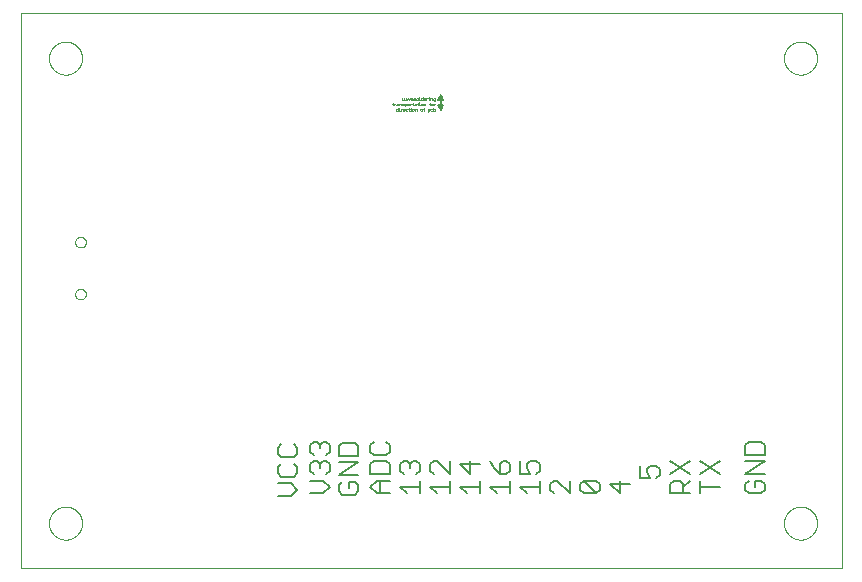
<source format=gbo>
G75*
%MOIN*%
%OFA0B0*%
%FSLAX25Y25*%
%IPPOS*%
%LPD*%
%AMOC8*
5,1,8,0,0,1.08239X$1,22.5*
%
%ADD10C,0.00000*%
%ADD11C,0.00600*%
%ADD12C,0.00500*%
%ADD13C,0.00100*%
D10*
X0021404Y0011404D02*
X0021404Y0196364D01*
X0295104Y0196364D01*
X0295104Y0011404D01*
X0021404Y0011404D01*
X0030892Y0026404D02*
X0030894Y0026552D01*
X0030900Y0026700D01*
X0030910Y0026848D01*
X0030924Y0026995D01*
X0030942Y0027142D01*
X0030963Y0027288D01*
X0030989Y0027434D01*
X0031019Y0027579D01*
X0031052Y0027723D01*
X0031090Y0027866D01*
X0031131Y0028008D01*
X0031176Y0028149D01*
X0031224Y0028289D01*
X0031277Y0028428D01*
X0031333Y0028565D01*
X0031393Y0028700D01*
X0031456Y0028834D01*
X0031523Y0028966D01*
X0031594Y0029096D01*
X0031668Y0029224D01*
X0031745Y0029350D01*
X0031826Y0029474D01*
X0031910Y0029596D01*
X0031997Y0029715D01*
X0032088Y0029832D01*
X0032182Y0029947D01*
X0032278Y0030059D01*
X0032378Y0030169D01*
X0032480Y0030275D01*
X0032586Y0030379D01*
X0032694Y0030480D01*
X0032805Y0030578D01*
X0032918Y0030674D01*
X0033034Y0030766D01*
X0033152Y0030855D01*
X0033273Y0030940D01*
X0033396Y0031023D01*
X0033521Y0031102D01*
X0033648Y0031178D01*
X0033777Y0031250D01*
X0033908Y0031319D01*
X0034041Y0031384D01*
X0034176Y0031445D01*
X0034312Y0031503D01*
X0034449Y0031558D01*
X0034588Y0031608D01*
X0034729Y0031655D01*
X0034870Y0031698D01*
X0035013Y0031738D01*
X0035157Y0031773D01*
X0035301Y0031805D01*
X0035447Y0031832D01*
X0035593Y0031856D01*
X0035740Y0031876D01*
X0035887Y0031892D01*
X0036034Y0031904D01*
X0036182Y0031912D01*
X0036330Y0031916D01*
X0036478Y0031916D01*
X0036626Y0031912D01*
X0036774Y0031904D01*
X0036921Y0031892D01*
X0037068Y0031876D01*
X0037215Y0031856D01*
X0037361Y0031832D01*
X0037507Y0031805D01*
X0037651Y0031773D01*
X0037795Y0031738D01*
X0037938Y0031698D01*
X0038079Y0031655D01*
X0038220Y0031608D01*
X0038359Y0031558D01*
X0038496Y0031503D01*
X0038632Y0031445D01*
X0038767Y0031384D01*
X0038900Y0031319D01*
X0039031Y0031250D01*
X0039160Y0031178D01*
X0039287Y0031102D01*
X0039412Y0031023D01*
X0039535Y0030940D01*
X0039656Y0030855D01*
X0039774Y0030766D01*
X0039890Y0030674D01*
X0040003Y0030578D01*
X0040114Y0030480D01*
X0040222Y0030379D01*
X0040328Y0030275D01*
X0040430Y0030169D01*
X0040530Y0030059D01*
X0040626Y0029947D01*
X0040720Y0029832D01*
X0040811Y0029715D01*
X0040898Y0029596D01*
X0040982Y0029474D01*
X0041063Y0029350D01*
X0041140Y0029224D01*
X0041214Y0029096D01*
X0041285Y0028966D01*
X0041352Y0028834D01*
X0041415Y0028700D01*
X0041475Y0028565D01*
X0041531Y0028428D01*
X0041584Y0028289D01*
X0041632Y0028149D01*
X0041677Y0028008D01*
X0041718Y0027866D01*
X0041756Y0027723D01*
X0041789Y0027579D01*
X0041819Y0027434D01*
X0041845Y0027288D01*
X0041866Y0027142D01*
X0041884Y0026995D01*
X0041898Y0026848D01*
X0041908Y0026700D01*
X0041914Y0026552D01*
X0041916Y0026404D01*
X0041914Y0026256D01*
X0041908Y0026108D01*
X0041898Y0025960D01*
X0041884Y0025813D01*
X0041866Y0025666D01*
X0041845Y0025520D01*
X0041819Y0025374D01*
X0041789Y0025229D01*
X0041756Y0025085D01*
X0041718Y0024942D01*
X0041677Y0024800D01*
X0041632Y0024659D01*
X0041584Y0024519D01*
X0041531Y0024380D01*
X0041475Y0024243D01*
X0041415Y0024108D01*
X0041352Y0023974D01*
X0041285Y0023842D01*
X0041214Y0023712D01*
X0041140Y0023584D01*
X0041063Y0023458D01*
X0040982Y0023334D01*
X0040898Y0023212D01*
X0040811Y0023093D01*
X0040720Y0022976D01*
X0040626Y0022861D01*
X0040530Y0022749D01*
X0040430Y0022639D01*
X0040328Y0022533D01*
X0040222Y0022429D01*
X0040114Y0022328D01*
X0040003Y0022230D01*
X0039890Y0022134D01*
X0039774Y0022042D01*
X0039656Y0021953D01*
X0039535Y0021868D01*
X0039412Y0021785D01*
X0039287Y0021706D01*
X0039160Y0021630D01*
X0039031Y0021558D01*
X0038900Y0021489D01*
X0038767Y0021424D01*
X0038632Y0021363D01*
X0038496Y0021305D01*
X0038359Y0021250D01*
X0038220Y0021200D01*
X0038079Y0021153D01*
X0037938Y0021110D01*
X0037795Y0021070D01*
X0037651Y0021035D01*
X0037507Y0021003D01*
X0037361Y0020976D01*
X0037215Y0020952D01*
X0037068Y0020932D01*
X0036921Y0020916D01*
X0036774Y0020904D01*
X0036626Y0020896D01*
X0036478Y0020892D01*
X0036330Y0020892D01*
X0036182Y0020896D01*
X0036034Y0020904D01*
X0035887Y0020916D01*
X0035740Y0020932D01*
X0035593Y0020952D01*
X0035447Y0020976D01*
X0035301Y0021003D01*
X0035157Y0021035D01*
X0035013Y0021070D01*
X0034870Y0021110D01*
X0034729Y0021153D01*
X0034588Y0021200D01*
X0034449Y0021250D01*
X0034312Y0021305D01*
X0034176Y0021363D01*
X0034041Y0021424D01*
X0033908Y0021489D01*
X0033777Y0021558D01*
X0033648Y0021630D01*
X0033521Y0021706D01*
X0033396Y0021785D01*
X0033273Y0021868D01*
X0033152Y0021953D01*
X0033034Y0022042D01*
X0032918Y0022134D01*
X0032805Y0022230D01*
X0032694Y0022328D01*
X0032586Y0022429D01*
X0032480Y0022533D01*
X0032378Y0022639D01*
X0032278Y0022749D01*
X0032182Y0022861D01*
X0032088Y0022976D01*
X0031997Y0023093D01*
X0031910Y0023212D01*
X0031826Y0023334D01*
X0031745Y0023458D01*
X0031668Y0023584D01*
X0031594Y0023712D01*
X0031523Y0023842D01*
X0031456Y0023974D01*
X0031393Y0024108D01*
X0031333Y0024243D01*
X0031277Y0024380D01*
X0031224Y0024519D01*
X0031176Y0024659D01*
X0031131Y0024800D01*
X0031090Y0024942D01*
X0031052Y0025085D01*
X0031019Y0025229D01*
X0030989Y0025374D01*
X0030963Y0025520D01*
X0030942Y0025666D01*
X0030924Y0025813D01*
X0030910Y0025960D01*
X0030900Y0026108D01*
X0030894Y0026256D01*
X0030892Y0026404D01*
X0039632Y0102742D02*
X0039634Y0102826D01*
X0039640Y0102909D01*
X0039650Y0102992D01*
X0039664Y0103075D01*
X0039681Y0103157D01*
X0039703Y0103238D01*
X0039728Y0103317D01*
X0039757Y0103396D01*
X0039790Y0103473D01*
X0039826Y0103548D01*
X0039866Y0103622D01*
X0039909Y0103694D01*
X0039956Y0103763D01*
X0040006Y0103830D01*
X0040059Y0103895D01*
X0040115Y0103957D01*
X0040173Y0104017D01*
X0040235Y0104074D01*
X0040299Y0104127D01*
X0040366Y0104178D01*
X0040435Y0104225D01*
X0040506Y0104270D01*
X0040579Y0104310D01*
X0040654Y0104347D01*
X0040731Y0104381D01*
X0040809Y0104411D01*
X0040888Y0104437D01*
X0040969Y0104460D01*
X0041051Y0104478D01*
X0041133Y0104493D01*
X0041216Y0104504D01*
X0041299Y0104511D01*
X0041383Y0104514D01*
X0041467Y0104513D01*
X0041550Y0104508D01*
X0041634Y0104499D01*
X0041716Y0104486D01*
X0041798Y0104470D01*
X0041879Y0104449D01*
X0041960Y0104425D01*
X0042038Y0104397D01*
X0042116Y0104365D01*
X0042192Y0104329D01*
X0042266Y0104290D01*
X0042338Y0104248D01*
X0042408Y0104202D01*
X0042476Y0104153D01*
X0042541Y0104101D01*
X0042604Y0104046D01*
X0042664Y0103988D01*
X0042722Y0103927D01*
X0042776Y0103863D01*
X0042828Y0103797D01*
X0042876Y0103729D01*
X0042921Y0103658D01*
X0042962Y0103585D01*
X0043001Y0103511D01*
X0043035Y0103435D01*
X0043066Y0103357D01*
X0043093Y0103278D01*
X0043117Y0103197D01*
X0043136Y0103116D01*
X0043152Y0103034D01*
X0043164Y0102951D01*
X0043172Y0102867D01*
X0043176Y0102784D01*
X0043176Y0102700D01*
X0043172Y0102617D01*
X0043164Y0102533D01*
X0043152Y0102450D01*
X0043136Y0102368D01*
X0043117Y0102287D01*
X0043093Y0102206D01*
X0043066Y0102127D01*
X0043035Y0102049D01*
X0043001Y0101973D01*
X0042962Y0101899D01*
X0042921Y0101826D01*
X0042876Y0101755D01*
X0042828Y0101687D01*
X0042776Y0101621D01*
X0042722Y0101557D01*
X0042664Y0101496D01*
X0042604Y0101438D01*
X0042541Y0101383D01*
X0042476Y0101331D01*
X0042408Y0101282D01*
X0042338Y0101236D01*
X0042266Y0101194D01*
X0042192Y0101155D01*
X0042116Y0101119D01*
X0042038Y0101087D01*
X0041960Y0101059D01*
X0041879Y0101035D01*
X0041798Y0101014D01*
X0041716Y0100998D01*
X0041634Y0100985D01*
X0041550Y0100976D01*
X0041467Y0100971D01*
X0041383Y0100970D01*
X0041299Y0100973D01*
X0041216Y0100980D01*
X0041133Y0100991D01*
X0041051Y0101006D01*
X0040969Y0101024D01*
X0040888Y0101047D01*
X0040809Y0101073D01*
X0040731Y0101103D01*
X0040654Y0101137D01*
X0040579Y0101174D01*
X0040506Y0101214D01*
X0040435Y0101259D01*
X0040366Y0101306D01*
X0040299Y0101357D01*
X0040235Y0101410D01*
X0040173Y0101467D01*
X0040115Y0101527D01*
X0040059Y0101589D01*
X0040006Y0101654D01*
X0039956Y0101721D01*
X0039909Y0101790D01*
X0039866Y0101862D01*
X0039826Y0101936D01*
X0039790Y0102011D01*
X0039757Y0102088D01*
X0039728Y0102167D01*
X0039703Y0102246D01*
X0039681Y0102327D01*
X0039664Y0102409D01*
X0039650Y0102492D01*
X0039640Y0102575D01*
X0039634Y0102658D01*
X0039632Y0102742D01*
X0039632Y0120065D02*
X0039634Y0120149D01*
X0039640Y0120232D01*
X0039650Y0120315D01*
X0039664Y0120398D01*
X0039681Y0120480D01*
X0039703Y0120561D01*
X0039728Y0120640D01*
X0039757Y0120719D01*
X0039790Y0120796D01*
X0039826Y0120871D01*
X0039866Y0120945D01*
X0039909Y0121017D01*
X0039956Y0121086D01*
X0040006Y0121153D01*
X0040059Y0121218D01*
X0040115Y0121280D01*
X0040173Y0121340D01*
X0040235Y0121397D01*
X0040299Y0121450D01*
X0040366Y0121501D01*
X0040435Y0121548D01*
X0040506Y0121593D01*
X0040579Y0121633D01*
X0040654Y0121670D01*
X0040731Y0121704D01*
X0040809Y0121734D01*
X0040888Y0121760D01*
X0040969Y0121783D01*
X0041051Y0121801D01*
X0041133Y0121816D01*
X0041216Y0121827D01*
X0041299Y0121834D01*
X0041383Y0121837D01*
X0041467Y0121836D01*
X0041550Y0121831D01*
X0041634Y0121822D01*
X0041716Y0121809D01*
X0041798Y0121793D01*
X0041879Y0121772D01*
X0041960Y0121748D01*
X0042038Y0121720D01*
X0042116Y0121688D01*
X0042192Y0121652D01*
X0042266Y0121613D01*
X0042338Y0121571D01*
X0042408Y0121525D01*
X0042476Y0121476D01*
X0042541Y0121424D01*
X0042604Y0121369D01*
X0042664Y0121311D01*
X0042722Y0121250D01*
X0042776Y0121186D01*
X0042828Y0121120D01*
X0042876Y0121052D01*
X0042921Y0120981D01*
X0042962Y0120908D01*
X0043001Y0120834D01*
X0043035Y0120758D01*
X0043066Y0120680D01*
X0043093Y0120601D01*
X0043117Y0120520D01*
X0043136Y0120439D01*
X0043152Y0120357D01*
X0043164Y0120274D01*
X0043172Y0120190D01*
X0043176Y0120107D01*
X0043176Y0120023D01*
X0043172Y0119940D01*
X0043164Y0119856D01*
X0043152Y0119773D01*
X0043136Y0119691D01*
X0043117Y0119610D01*
X0043093Y0119529D01*
X0043066Y0119450D01*
X0043035Y0119372D01*
X0043001Y0119296D01*
X0042962Y0119222D01*
X0042921Y0119149D01*
X0042876Y0119078D01*
X0042828Y0119010D01*
X0042776Y0118944D01*
X0042722Y0118880D01*
X0042664Y0118819D01*
X0042604Y0118761D01*
X0042541Y0118706D01*
X0042476Y0118654D01*
X0042408Y0118605D01*
X0042338Y0118559D01*
X0042266Y0118517D01*
X0042192Y0118478D01*
X0042116Y0118442D01*
X0042038Y0118410D01*
X0041960Y0118382D01*
X0041879Y0118358D01*
X0041798Y0118337D01*
X0041716Y0118321D01*
X0041634Y0118308D01*
X0041550Y0118299D01*
X0041467Y0118294D01*
X0041383Y0118293D01*
X0041299Y0118296D01*
X0041216Y0118303D01*
X0041133Y0118314D01*
X0041051Y0118329D01*
X0040969Y0118347D01*
X0040888Y0118370D01*
X0040809Y0118396D01*
X0040731Y0118426D01*
X0040654Y0118460D01*
X0040579Y0118497D01*
X0040506Y0118537D01*
X0040435Y0118582D01*
X0040366Y0118629D01*
X0040299Y0118680D01*
X0040235Y0118733D01*
X0040173Y0118790D01*
X0040115Y0118850D01*
X0040059Y0118912D01*
X0040006Y0118977D01*
X0039956Y0119044D01*
X0039909Y0119113D01*
X0039866Y0119185D01*
X0039826Y0119259D01*
X0039790Y0119334D01*
X0039757Y0119411D01*
X0039728Y0119490D01*
X0039703Y0119569D01*
X0039681Y0119650D01*
X0039664Y0119732D01*
X0039650Y0119815D01*
X0039640Y0119898D01*
X0039634Y0119981D01*
X0039632Y0120065D01*
X0030892Y0181404D02*
X0030894Y0181552D01*
X0030900Y0181700D01*
X0030910Y0181848D01*
X0030924Y0181995D01*
X0030942Y0182142D01*
X0030963Y0182288D01*
X0030989Y0182434D01*
X0031019Y0182579D01*
X0031052Y0182723D01*
X0031090Y0182866D01*
X0031131Y0183008D01*
X0031176Y0183149D01*
X0031224Y0183289D01*
X0031277Y0183428D01*
X0031333Y0183565D01*
X0031393Y0183700D01*
X0031456Y0183834D01*
X0031523Y0183966D01*
X0031594Y0184096D01*
X0031668Y0184224D01*
X0031745Y0184350D01*
X0031826Y0184474D01*
X0031910Y0184596D01*
X0031997Y0184715D01*
X0032088Y0184832D01*
X0032182Y0184947D01*
X0032278Y0185059D01*
X0032378Y0185169D01*
X0032480Y0185275D01*
X0032586Y0185379D01*
X0032694Y0185480D01*
X0032805Y0185578D01*
X0032918Y0185674D01*
X0033034Y0185766D01*
X0033152Y0185855D01*
X0033273Y0185940D01*
X0033396Y0186023D01*
X0033521Y0186102D01*
X0033648Y0186178D01*
X0033777Y0186250D01*
X0033908Y0186319D01*
X0034041Y0186384D01*
X0034176Y0186445D01*
X0034312Y0186503D01*
X0034449Y0186558D01*
X0034588Y0186608D01*
X0034729Y0186655D01*
X0034870Y0186698D01*
X0035013Y0186738D01*
X0035157Y0186773D01*
X0035301Y0186805D01*
X0035447Y0186832D01*
X0035593Y0186856D01*
X0035740Y0186876D01*
X0035887Y0186892D01*
X0036034Y0186904D01*
X0036182Y0186912D01*
X0036330Y0186916D01*
X0036478Y0186916D01*
X0036626Y0186912D01*
X0036774Y0186904D01*
X0036921Y0186892D01*
X0037068Y0186876D01*
X0037215Y0186856D01*
X0037361Y0186832D01*
X0037507Y0186805D01*
X0037651Y0186773D01*
X0037795Y0186738D01*
X0037938Y0186698D01*
X0038079Y0186655D01*
X0038220Y0186608D01*
X0038359Y0186558D01*
X0038496Y0186503D01*
X0038632Y0186445D01*
X0038767Y0186384D01*
X0038900Y0186319D01*
X0039031Y0186250D01*
X0039160Y0186178D01*
X0039287Y0186102D01*
X0039412Y0186023D01*
X0039535Y0185940D01*
X0039656Y0185855D01*
X0039774Y0185766D01*
X0039890Y0185674D01*
X0040003Y0185578D01*
X0040114Y0185480D01*
X0040222Y0185379D01*
X0040328Y0185275D01*
X0040430Y0185169D01*
X0040530Y0185059D01*
X0040626Y0184947D01*
X0040720Y0184832D01*
X0040811Y0184715D01*
X0040898Y0184596D01*
X0040982Y0184474D01*
X0041063Y0184350D01*
X0041140Y0184224D01*
X0041214Y0184096D01*
X0041285Y0183966D01*
X0041352Y0183834D01*
X0041415Y0183700D01*
X0041475Y0183565D01*
X0041531Y0183428D01*
X0041584Y0183289D01*
X0041632Y0183149D01*
X0041677Y0183008D01*
X0041718Y0182866D01*
X0041756Y0182723D01*
X0041789Y0182579D01*
X0041819Y0182434D01*
X0041845Y0182288D01*
X0041866Y0182142D01*
X0041884Y0181995D01*
X0041898Y0181848D01*
X0041908Y0181700D01*
X0041914Y0181552D01*
X0041916Y0181404D01*
X0041914Y0181256D01*
X0041908Y0181108D01*
X0041898Y0180960D01*
X0041884Y0180813D01*
X0041866Y0180666D01*
X0041845Y0180520D01*
X0041819Y0180374D01*
X0041789Y0180229D01*
X0041756Y0180085D01*
X0041718Y0179942D01*
X0041677Y0179800D01*
X0041632Y0179659D01*
X0041584Y0179519D01*
X0041531Y0179380D01*
X0041475Y0179243D01*
X0041415Y0179108D01*
X0041352Y0178974D01*
X0041285Y0178842D01*
X0041214Y0178712D01*
X0041140Y0178584D01*
X0041063Y0178458D01*
X0040982Y0178334D01*
X0040898Y0178212D01*
X0040811Y0178093D01*
X0040720Y0177976D01*
X0040626Y0177861D01*
X0040530Y0177749D01*
X0040430Y0177639D01*
X0040328Y0177533D01*
X0040222Y0177429D01*
X0040114Y0177328D01*
X0040003Y0177230D01*
X0039890Y0177134D01*
X0039774Y0177042D01*
X0039656Y0176953D01*
X0039535Y0176868D01*
X0039412Y0176785D01*
X0039287Y0176706D01*
X0039160Y0176630D01*
X0039031Y0176558D01*
X0038900Y0176489D01*
X0038767Y0176424D01*
X0038632Y0176363D01*
X0038496Y0176305D01*
X0038359Y0176250D01*
X0038220Y0176200D01*
X0038079Y0176153D01*
X0037938Y0176110D01*
X0037795Y0176070D01*
X0037651Y0176035D01*
X0037507Y0176003D01*
X0037361Y0175976D01*
X0037215Y0175952D01*
X0037068Y0175932D01*
X0036921Y0175916D01*
X0036774Y0175904D01*
X0036626Y0175896D01*
X0036478Y0175892D01*
X0036330Y0175892D01*
X0036182Y0175896D01*
X0036034Y0175904D01*
X0035887Y0175916D01*
X0035740Y0175932D01*
X0035593Y0175952D01*
X0035447Y0175976D01*
X0035301Y0176003D01*
X0035157Y0176035D01*
X0035013Y0176070D01*
X0034870Y0176110D01*
X0034729Y0176153D01*
X0034588Y0176200D01*
X0034449Y0176250D01*
X0034312Y0176305D01*
X0034176Y0176363D01*
X0034041Y0176424D01*
X0033908Y0176489D01*
X0033777Y0176558D01*
X0033648Y0176630D01*
X0033521Y0176706D01*
X0033396Y0176785D01*
X0033273Y0176868D01*
X0033152Y0176953D01*
X0033034Y0177042D01*
X0032918Y0177134D01*
X0032805Y0177230D01*
X0032694Y0177328D01*
X0032586Y0177429D01*
X0032480Y0177533D01*
X0032378Y0177639D01*
X0032278Y0177749D01*
X0032182Y0177861D01*
X0032088Y0177976D01*
X0031997Y0178093D01*
X0031910Y0178212D01*
X0031826Y0178334D01*
X0031745Y0178458D01*
X0031668Y0178584D01*
X0031594Y0178712D01*
X0031523Y0178842D01*
X0031456Y0178974D01*
X0031393Y0179108D01*
X0031333Y0179243D01*
X0031277Y0179380D01*
X0031224Y0179519D01*
X0031176Y0179659D01*
X0031131Y0179800D01*
X0031090Y0179942D01*
X0031052Y0180085D01*
X0031019Y0180229D01*
X0030989Y0180374D01*
X0030963Y0180520D01*
X0030942Y0180666D01*
X0030924Y0180813D01*
X0030910Y0180960D01*
X0030900Y0181108D01*
X0030894Y0181256D01*
X0030892Y0181404D01*
X0275892Y0181404D02*
X0275894Y0181552D01*
X0275900Y0181700D01*
X0275910Y0181848D01*
X0275924Y0181995D01*
X0275942Y0182142D01*
X0275963Y0182288D01*
X0275989Y0182434D01*
X0276019Y0182579D01*
X0276052Y0182723D01*
X0276090Y0182866D01*
X0276131Y0183008D01*
X0276176Y0183149D01*
X0276224Y0183289D01*
X0276277Y0183428D01*
X0276333Y0183565D01*
X0276393Y0183700D01*
X0276456Y0183834D01*
X0276523Y0183966D01*
X0276594Y0184096D01*
X0276668Y0184224D01*
X0276745Y0184350D01*
X0276826Y0184474D01*
X0276910Y0184596D01*
X0276997Y0184715D01*
X0277088Y0184832D01*
X0277182Y0184947D01*
X0277278Y0185059D01*
X0277378Y0185169D01*
X0277480Y0185275D01*
X0277586Y0185379D01*
X0277694Y0185480D01*
X0277805Y0185578D01*
X0277918Y0185674D01*
X0278034Y0185766D01*
X0278152Y0185855D01*
X0278273Y0185940D01*
X0278396Y0186023D01*
X0278521Y0186102D01*
X0278648Y0186178D01*
X0278777Y0186250D01*
X0278908Y0186319D01*
X0279041Y0186384D01*
X0279176Y0186445D01*
X0279312Y0186503D01*
X0279449Y0186558D01*
X0279588Y0186608D01*
X0279729Y0186655D01*
X0279870Y0186698D01*
X0280013Y0186738D01*
X0280157Y0186773D01*
X0280301Y0186805D01*
X0280447Y0186832D01*
X0280593Y0186856D01*
X0280740Y0186876D01*
X0280887Y0186892D01*
X0281034Y0186904D01*
X0281182Y0186912D01*
X0281330Y0186916D01*
X0281478Y0186916D01*
X0281626Y0186912D01*
X0281774Y0186904D01*
X0281921Y0186892D01*
X0282068Y0186876D01*
X0282215Y0186856D01*
X0282361Y0186832D01*
X0282507Y0186805D01*
X0282651Y0186773D01*
X0282795Y0186738D01*
X0282938Y0186698D01*
X0283079Y0186655D01*
X0283220Y0186608D01*
X0283359Y0186558D01*
X0283496Y0186503D01*
X0283632Y0186445D01*
X0283767Y0186384D01*
X0283900Y0186319D01*
X0284031Y0186250D01*
X0284160Y0186178D01*
X0284287Y0186102D01*
X0284412Y0186023D01*
X0284535Y0185940D01*
X0284656Y0185855D01*
X0284774Y0185766D01*
X0284890Y0185674D01*
X0285003Y0185578D01*
X0285114Y0185480D01*
X0285222Y0185379D01*
X0285328Y0185275D01*
X0285430Y0185169D01*
X0285530Y0185059D01*
X0285626Y0184947D01*
X0285720Y0184832D01*
X0285811Y0184715D01*
X0285898Y0184596D01*
X0285982Y0184474D01*
X0286063Y0184350D01*
X0286140Y0184224D01*
X0286214Y0184096D01*
X0286285Y0183966D01*
X0286352Y0183834D01*
X0286415Y0183700D01*
X0286475Y0183565D01*
X0286531Y0183428D01*
X0286584Y0183289D01*
X0286632Y0183149D01*
X0286677Y0183008D01*
X0286718Y0182866D01*
X0286756Y0182723D01*
X0286789Y0182579D01*
X0286819Y0182434D01*
X0286845Y0182288D01*
X0286866Y0182142D01*
X0286884Y0181995D01*
X0286898Y0181848D01*
X0286908Y0181700D01*
X0286914Y0181552D01*
X0286916Y0181404D01*
X0286914Y0181256D01*
X0286908Y0181108D01*
X0286898Y0180960D01*
X0286884Y0180813D01*
X0286866Y0180666D01*
X0286845Y0180520D01*
X0286819Y0180374D01*
X0286789Y0180229D01*
X0286756Y0180085D01*
X0286718Y0179942D01*
X0286677Y0179800D01*
X0286632Y0179659D01*
X0286584Y0179519D01*
X0286531Y0179380D01*
X0286475Y0179243D01*
X0286415Y0179108D01*
X0286352Y0178974D01*
X0286285Y0178842D01*
X0286214Y0178712D01*
X0286140Y0178584D01*
X0286063Y0178458D01*
X0285982Y0178334D01*
X0285898Y0178212D01*
X0285811Y0178093D01*
X0285720Y0177976D01*
X0285626Y0177861D01*
X0285530Y0177749D01*
X0285430Y0177639D01*
X0285328Y0177533D01*
X0285222Y0177429D01*
X0285114Y0177328D01*
X0285003Y0177230D01*
X0284890Y0177134D01*
X0284774Y0177042D01*
X0284656Y0176953D01*
X0284535Y0176868D01*
X0284412Y0176785D01*
X0284287Y0176706D01*
X0284160Y0176630D01*
X0284031Y0176558D01*
X0283900Y0176489D01*
X0283767Y0176424D01*
X0283632Y0176363D01*
X0283496Y0176305D01*
X0283359Y0176250D01*
X0283220Y0176200D01*
X0283079Y0176153D01*
X0282938Y0176110D01*
X0282795Y0176070D01*
X0282651Y0176035D01*
X0282507Y0176003D01*
X0282361Y0175976D01*
X0282215Y0175952D01*
X0282068Y0175932D01*
X0281921Y0175916D01*
X0281774Y0175904D01*
X0281626Y0175896D01*
X0281478Y0175892D01*
X0281330Y0175892D01*
X0281182Y0175896D01*
X0281034Y0175904D01*
X0280887Y0175916D01*
X0280740Y0175932D01*
X0280593Y0175952D01*
X0280447Y0175976D01*
X0280301Y0176003D01*
X0280157Y0176035D01*
X0280013Y0176070D01*
X0279870Y0176110D01*
X0279729Y0176153D01*
X0279588Y0176200D01*
X0279449Y0176250D01*
X0279312Y0176305D01*
X0279176Y0176363D01*
X0279041Y0176424D01*
X0278908Y0176489D01*
X0278777Y0176558D01*
X0278648Y0176630D01*
X0278521Y0176706D01*
X0278396Y0176785D01*
X0278273Y0176868D01*
X0278152Y0176953D01*
X0278034Y0177042D01*
X0277918Y0177134D01*
X0277805Y0177230D01*
X0277694Y0177328D01*
X0277586Y0177429D01*
X0277480Y0177533D01*
X0277378Y0177639D01*
X0277278Y0177749D01*
X0277182Y0177861D01*
X0277088Y0177976D01*
X0276997Y0178093D01*
X0276910Y0178212D01*
X0276826Y0178334D01*
X0276745Y0178458D01*
X0276668Y0178584D01*
X0276594Y0178712D01*
X0276523Y0178842D01*
X0276456Y0178974D01*
X0276393Y0179108D01*
X0276333Y0179243D01*
X0276277Y0179380D01*
X0276224Y0179519D01*
X0276176Y0179659D01*
X0276131Y0179800D01*
X0276090Y0179942D01*
X0276052Y0180085D01*
X0276019Y0180229D01*
X0275989Y0180374D01*
X0275963Y0180520D01*
X0275942Y0180666D01*
X0275924Y0180813D01*
X0275910Y0180960D01*
X0275900Y0181108D01*
X0275894Y0181256D01*
X0275892Y0181404D01*
X0275892Y0026404D02*
X0275894Y0026552D01*
X0275900Y0026700D01*
X0275910Y0026848D01*
X0275924Y0026995D01*
X0275942Y0027142D01*
X0275963Y0027288D01*
X0275989Y0027434D01*
X0276019Y0027579D01*
X0276052Y0027723D01*
X0276090Y0027866D01*
X0276131Y0028008D01*
X0276176Y0028149D01*
X0276224Y0028289D01*
X0276277Y0028428D01*
X0276333Y0028565D01*
X0276393Y0028700D01*
X0276456Y0028834D01*
X0276523Y0028966D01*
X0276594Y0029096D01*
X0276668Y0029224D01*
X0276745Y0029350D01*
X0276826Y0029474D01*
X0276910Y0029596D01*
X0276997Y0029715D01*
X0277088Y0029832D01*
X0277182Y0029947D01*
X0277278Y0030059D01*
X0277378Y0030169D01*
X0277480Y0030275D01*
X0277586Y0030379D01*
X0277694Y0030480D01*
X0277805Y0030578D01*
X0277918Y0030674D01*
X0278034Y0030766D01*
X0278152Y0030855D01*
X0278273Y0030940D01*
X0278396Y0031023D01*
X0278521Y0031102D01*
X0278648Y0031178D01*
X0278777Y0031250D01*
X0278908Y0031319D01*
X0279041Y0031384D01*
X0279176Y0031445D01*
X0279312Y0031503D01*
X0279449Y0031558D01*
X0279588Y0031608D01*
X0279729Y0031655D01*
X0279870Y0031698D01*
X0280013Y0031738D01*
X0280157Y0031773D01*
X0280301Y0031805D01*
X0280447Y0031832D01*
X0280593Y0031856D01*
X0280740Y0031876D01*
X0280887Y0031892D01*
X0281034Y0031904D01*
X0281182Y0031912D01*
X0281330Y0031916D01*
X0281478Y0031916D01*
X0281626Y0031912D01*
X0281774Y0031904D01*
X0281921Y0031892D01*
X0282068Y0031876D01*
X0282215Y0031856D01*
X0282361Y0031832D01*
X0282507Y0031805D01*
X0282651Y0031773D01*
X0282795Y0031738D01*
X0282938Y0031698D01*
X0283079Y0031655D01*
X0283220Y0031608D01*
X0283359Y0031558D01*
X0283496Y0031503D01*
X0283632Y0031445D01*
X0283767Y0031384D01*
X0283900Y0031319D01*
X0284031Y0031250D01*
X0284160Y0031178D01*
X0284287Y0031102D01*
X0284412Y0031023D01*
X0284535Y0030940D01*
X0284656Y0030855D01*
X0284774Y0030766D01*
X0284890Y0030674D01*
X0285003Y0030578D01*
X0285114Y0030480D01*
X0285222Y0030379D01*
X0285328Y0030275D01*
X0285430Y0030169D01*
X0285530Y0030059D01*
X0285626Y0029947D01*
X0285720Y0029832D01*
X0285811Y0029715D01*
X0285898Y0029596D01*
X0285982Y0029474D01*
X0286063Y0029350D01*
X0286140Y0029224D01*
X0286214Y0029096D01*
X0286285Y0028966D01*
X0286352Y0028834D01*
X0286415Y0028700D01*
X0286475Y0028565D01*
X0286531Y0028428D01*
X0286584Y0028289D01*
X0286632Y0028149D01*
X0286677Y0028008D01*
X0286718Y0027866D01*
X0286756Y0027723D01*
X0286789Y0027579D01*
X0286819Y0027434D01*
X0286845Y0027288D01*
X0286866Y0027142D01*
X0286884Y0026995D01*
X0286898Y0026848D01*
X0286908Y0026700D01*
X0286914Y0026552D01*
X0286916Y0026404D01*
X0286914Y0026256D01*
X0286908Y0026108D01*
X0286898Y0025960D01*
X0286884Y0025813D01*
X0286866Y0025666D01*
X0286845Y0025520D01*
X0286819Y0025374D01*
X0286789Y0025229D01*
X0286756Y0025085D01*
X0286718Y0024942D01*
X0286677Y0024800D01*
X0286632Y0024659D01*
X0286584Y0024519D01*
X0286531Y0024380D01*
X0286475Y0024243D01*
X0286415Y0024108D01*
X0286352Y0023974D01*
X0286285Y0023842D01*
X0286214Y0023712D01*
X0286140Y0023584D01*
X0286063Y0023458D01*
X0285982Y0023334D01*
X0285898Y0023212D01*
X0285811Y0023093D01*
X0285720Y0022976D01*
X0285626Y0022861D01*
X0285530Y0022749D01*
X0285430Y0022639D01*
X0285328Y0022533D01*
X0285222Y0022429D01*
X0285114Y0022328D01*
X0285003Y0022230D01*
X0284890Y0022134D01*
X0284774Y0022042D01*
X0284656Y0021953D01*
X0284535Y0021868D01*
X0284412Y0021785D01*
X0284287Y0021706D01*
X0284160Y0021630D01*
X0284031Y0021558D01*
X0283900Y0021489D01*
X0283767Y0021424D01*
X0283632Y0021363D01*
X0283496Y0021305D01*
X0283359Y0021250D01*
X0283220Y0021200D01*
X0283079Y0021153D01*
X0282938Y0021110D01*
X0282795Y0021070D01*
X0282651Y0021035D01*
X0282507Y0021003D01*
X0282361Y0020976D01*
X0282215Y0020952D01*
X0282068Y0020932D01*
X0281921Y0020916D01*
X0281774Y0020904D01*
X0281626Y0020896D01*
X0281478Y0020892D01*
X0281330Y0020892D01*
X0281182Y0020896D01*
X0281034Y0020904D01*
X0280887Y0020916D01*
X0280740Y0020932D01*
X0280593Y0020952D01*
X0280447Y0020976D01*
X0280301Y0021003D01*
X0280157Y0021035D01*
X0280013Y0021070D01*
X0279870Y0021110D01*
X0279729Y0021153D01*
X0279588Y0021200D01*
X0279449Y0021250D01*
X0279312Y0021305D01*
X0279176Y0021363D01*
X0279041Y0021424D01*
X0278908Y0021489D01*
X0278777Y0021558D01*
X0278648Y0021630D01*
X0278521Y0021706D01*
X0278396Y0021785D01*
X0278273Y0021868D01*
X0278152Y0021953D01*
X0278034Y0022042D01*
X0277918Y0022134D01*
X0277805Y0022230D01*
X0277694Y0022328D01*
X0277586Y0022429D01*
X0277480Y0022533D01*
X0277378Y0022639D01*
X0277278Y0022749D01*
X0277182Y0022861D01*
X0277088Y0022976D01*
X0276997Y0023093D01*
X0276910Y0023212D01*
X0276826Y0023334D01*
X0276745Y0023458D01*
X0276668Y0023584D01*
X0276594Y0023712D01*
X0276523Y0023842D01*
X0276456Y0023974D01*
X0276393Y0024108D01*
X0276333Y0024243D01*
X0276277Y0024380D01*
X0276224Y0024519D01*
X0276176Y0024659D01*
X0276131Y0024800D01*
X0276090Y0024942D01*
X0276052Y0025085D01*
X0276019Y0025229D01*
X0275989Y0025374D01*
X0275963Y0025520D01*
X0275942Y0025666D01*
X0275924Y0025813D01*
X0275910Y0025960D01*
X0275900Y0026108D01*
X0275894Y0026256D01*
X0275892Y0026404D01*
D11*
X0268382Y0036310D02*
X0264112Y0036310D01*
X0263045Y0037377D01*
X0263045Y0039513D01*
X0264112Y0040580D01*
X0266247Y0040580D02*
X0266247Y0038445D01*
X0266247Y0040580D02*
X0268382Y0040580D01*
X0269450Y0039513D01*
X0269450Y0037377D01*
X0268382Y0036310D01*
X0269450Y0042755D02*
X0263045Y0042755D01*
X0269450Y0047026D01*
X0263045Y0047026D01*
X0263045Y0049201D02*
X0263045Y0052404D01*
X0264112Y0053471D01*
X0268382Y0053471D01*
X0269450Y0052404D01*
X0269450Y0049201D01*
X0263045Y0049201D01*
X0254450Y0047026D02*
X0248045Y0042755D01*
X0248045Y0040580D02*
X0248045Y0036310D01*
X0248045Y0038445D02*
X0254450Y0038445D01*
X0254450Y0042755D02*
X0248045Y0047026D01*
X0244450Y0047026D02*
X0238045Y0042755D01*
X0239112Y0040580D02*
X0241247Y0040580D01*
X0242315Y0039513D01*
X0242315Y0036310D01*
X0242315Y0038445D02*
X0244450Y0040580D01*
X0244450Y0042755D02*
X0238045Y0047026D01*
X0234450Y0044513D02*
X0233382Y0045580D01*
X0231247Y0045580D01*
X0230180Y0044513D01*
X0230180Y0043445D01*
X0231247Y0041310D01*
X0228045Y0041310D01*
X0228045Y0045580D01*
X0234450Y0044513D02*
X0234450Y0042377D01*
X0233382Y0041310D01*
X0238045Y0039513D02*
X0239112Y0040580D01*
X0238045Y0039513D02*
X0238045Y0036310D01*
X0244450Y0036310D01*
X0224450Y0039513D02*
X0218045Y0039513D01*
X0221247Y0036310D01*
X0221247Y0040580D01*
X0214450Y0039513D02*
X0214450Y0037377D01*
X0213382Y0036310D01*
X0209112Y0040580D01*
X0213382Y0040580D01*
X0214450Y0039513D01*
X0213382Y0036310D02*
X0209112Y0036310D01*
X0208045Y0037377D01*
X0208045Y0039513D01*
X0209112Y0040580D01*
X0204450Y0040580D02*
X0204450Y0036310D01*
X0200180Y0040580D01*
X0199112Y0040580D01*
X0198045Y0039513D01*
X0198045Y0037377D01*
X0199112Y0036310D01*
X0194450Y0036310D02*
X0194450Y0040580D01*
X0194450Y0038445D02*
X0188045Y0038445D01*
X0190180Y0036310D01*
X0184450Y0036310D02*
X0184450Y0040580D01*
X0184450Y0038445D02*
X0178045Y0038445D01*
X0180180Y0036310D01*
X0174450Y0036310D02*
X0174450Y0040580D01*
X0174450Y0038445D02*
X0168045Y0038445D01*
X0170180Y0036310D01*
X0164450Y0036310D02*
X0164450Y0040580D01*
X0164450Y0038445D02*
X0158045Y0038445D01*
X0160180Y0036310D01*
X0154450Y0036310D02*
X0154450Y0040580D01*
X0154450Y0038445D02*
X0148045Y0038445D01*
X0150180Y0036310D01*
X0144450Y0036310D02*
X0140180Y0036310D01*
X0138045Y0038445D01*
X0140180Y0040580D01*
X0144450Y0040580D01*
X0144450Y0042755D02*
X0144450Y0045958D01*
X0143382Y0047026D01*
X0139112Y0047026D01*
X0138045Y0045958D01*
X0138045Y0042755D01*
X0144450Y0042755D01*
X0148045Y0043823D02*
X0148045Y0045958D01*
X0149112Y0047026D01*
X0150180Y0047026D01*
X0151247Y0045958D01*
X0152315Y0047026D01*
X0153382Y0047026D01*
X0154450Y0045958D01*
X0154450Y0043823D01*
X0153382Y0042755D01*
X0151247Y0044890D02*
X0151247Y0045958D01*
X0148045Y0043823D02*
X0149112Y0042755D01*
X0158045Y0043823D02*
X0159112Y0042755D01*
X0158045Y0043823D02*
X0158045Y0045958D01*
X0159112Y0047026D01*
X0160180Y0047026D01*
X0164450Y0042755D01*
X0164450Y0047026D01*
X0168045Y0045958D02*
X0171247Y0042755D01*
X0171247Y0047026D01*
X0168045Y0045958D02*
X0174450Y0045958D01*
X0178045Y0047026D02*
X0179112Y0044890D01*
X0181247Y0042755D01*
X0181247Y0045958D01*
X0182315Y0047026D01*
X0183382Y0047026D01*
X0184450Y0045958D01*
X0184450Y0043823D01*
X0183382Y0042755D01*
X0181247Y0042755D01*
X0188045Y0042755D02*
X0188045Y0047026D01*
X0190180Y0045958D02*
X0191247Y0047026D01*
X0193382Y0047026D01*
X0194450Y0045958D01*
X0194450Y0043823D01*
X0193382Y0042755D01*
X0191247Y0042755D02*
X0190180Y0044890D01*
X0190180Y0045958D01*
X0191247Y0042755D02*
X0188045Y0042755D01*
X0144450Y0050268D02*
X0144450Y0052404D01*
X0143382Y0053471D01*
X0139112Y0053471D02*
X0138045Y0052404D01*
X0138045Y0050268D01*
X0139112Y0049201D01*
X0143382Y0049201D01*
X0144450Y0050268D01*
X0133948Y0048807D02*
X0133948Y0052010D01*
X0132880Y0053077D01*
X0128610Y0053077D01*
X0127543Y0052010D01*
X0127543Y0048807D01*
X0133948Y0048807D01*
X0133948Y0046632D02*
X0127543Y0046632D01*
X0124450Y0045958D02*
X0124450Y0043823D01*
X0123382Y0042755D01*
X0122315Y0040580D02*
X0118045Y0040580D01*
X0119112Y0042755D02*
X0118045Y0043823D01*
X0118045Y0045958D01*
X0119112Y0047026D01*
X0120180Y0047026D01*
X0121247Y0045958D01*
X0122315Y0047026D01*
X0123382Y0047026D01*
X0124450Y0045958D01*
X0121247Y0045958D02*
X0121247Y0044890D01*
X0122315Y0040580D02*
X0124450Y0038445D01*
X0122315Y0036310D01*
X0118045Y0036310D01*
X0113564Y0037608D02*
X0111429Y0039744D01*
X0107159Y0039744D01*
X0108226Y0041919D02*
X0112497Y0041919D01*
X0113564Y0042986D01*
X0113564Y0045121D01*
X0112497Y0046189D01*
X0112497Y0048364D02*
X0108226Y0048364D01*
X0107159Y0049432D01*
X0107159Y0051567D01*
X0108226Y0052635D01*
X0112497Y0052635D02*
X0113564Y0051567D01*
X0113564Y0049432D01*
X0112497Y0048364D01*
X0108226Y0046189D02*
X0107159Y0045121D01*
X0107159Y0042986D01*
X0108226Y0041919D01*
X0113564Y0037608D02*
X0111429Y0035473D01*
X0107159Y0035473D01*
X0127543Y0036984D02*
X0128610Y0035916D01*
X0132880Y0035916D01*
X0133948Y0036984D01*
X0133948Y0039119D01*
X0132880Y0040186D01*
X0130745Y0040186D01*
X0130745Y0038051D01*
X0128610Y0040186D02*
X0127543Y0039119D01*
X0127543Y0036984D01*
X0127543Y0042362D02*
X0133948Y0046632D01*
X0133948Y0042362D02*
X0127543Y0042362D01*
X0123382Y0049201D02*
X0124450Y0050268D01*
X0124450Y0052404D01*
X0123382Y0053471D01*
X0122315Y0053471D01*
X0121247Y0052404D01*
X0121247Y0051336D01*
X0121247Y0052404D02*
X0120180Y0053471D01*
X0119112Y0053471D01*
X0118045Y0052404D01*
X0118045Y0050268D01*
X0119112Y0049201D01*
X0141247Y0040580D02*
X0141247Y0036310D01*
D12*
X0161404Y0164041D02*
X0160616Y0165616D01*
X0162191Y0165616D01*
X0161404Y0164041D01*
X0161404Y0169159D01*
X0162191Y0167585D01*
X0160616Y0167585D01*
X0161404Y0169159D01*
D13*
X0159558Y0168023D02*
X0159108Y0168023D01*
X0158958Y0167872D01*
X0158958Y0167572D01*
X0159108Y0167422D01*
X0159558Y0167422D01*
X0159558Y0167272D02*
X0159558Y0168023D01*
X0159558Y0167272D02*
X0159408Y0167122D01*
X0159258Y0167122D01*
X0158638Y0167422D02*
X0158638Y0167872D01*
X0158487Y0168023D01*
X0158037Y0168023D01*
X0158037Y0167422D01*
X0157723Y0167422D02*
X0157423Y0167422D01*
X0157573Y0167422D02*
X0157573Y0168023D01*
X0157423Y0168023D01*
X0157106Y0168023D02*
X0156956Y0168023D01*
X0156656Y0167722D01*
X0156656Y0167422D02*
X0156656Y0168023D01*
X0156336Y0167872D02*
X0156336Y0167722D01*
X0155735Y0167722D01*
X0155735Y0167572D02*
X0155735Y0167872D01*
X0155885Y0168023D01*
X0156186Y0168023D01*
X0156336Y0167872D01*
X0156186Y0167422D02*
X0155885Y0167422D01*
X0155735Y0167572D01*
X0155415Y0167422D02*
X0154964Y0167422D01*
X0154814Y0167572D01*
X0154814Y0167872D01*
X0154964Y0168023D01*
X0155415Y0168023D01*
X0155415Y0168323D02*
X0155415Y0167422D01*
X0154501Y0167422D02*
X0154201Y0167422D01*
X0154351Y0167422D02*
X0154351Y0168323D01*
X0154201Y0168323D01*
X0153880Y0167872D02*
X0153730Y0168023D01*
X0153430Y0168023D01*
X0153280Y0167872D01*
X0153280Y0167572D01*
X0153430Y0167422D01*
X0153730Y0167422D01*
X0153880Y0167572D01*
X0153880Y0167872D01*
X0152959Y0168023D02*
X0152509Y0168023D01*
X0152359Y0167872D01*
X0152509Y0167722D01*
X0152809Y0167722D01*
X0152959Y0167572D01*
X0152809Y0167422D01*
X0152359Y0167422D01*
X0152039Y0167722D02*
X0151438Y0167722D01*
X0151438Y0167572D02*
X0151438Y0167872D01*
X0151588Y0168023D01*
X0151889Y0168023D01*
X0152039Y0167872D01*
X0152039Y0167722D01*
X0151889Y0167422D02*
X0151588Y0167422D01*
X0151438Y0167572D01*
X0151118Y0168023D02*
X0150818Y0167422D01*
X0150517Y0168023D01*
X0150197Y0167872D02*
X0150197Y0167422D01*
X0149747Y0167422D01*
X0149597Y0167572D01*
X0149747Y0167722D01*
X0150197Y0167722D01*
X0150197Y0167872D02*
X0150047Y0168023D01*
X0149747Y0168023D01*
X0149276Y0168023D02*
X0149276Y0167572D01*
X0149126Y0167422D01*
X0148976Y0167572D01*
X0148826Y0167422D01*
X0148676Y0167572D01*
X0148676Y0168023D01*
X0148672Y0166251D02*
X0149123Y0166251D01*
X0149443Y0166251D02*
X0149894Y0166251D01*
X0150044Y0166101D01*
X0150044Y0165801D01*
X0149894Y0165650D01*
X0149443Y0165650D01*
X0149443Y0165350D02*
X0149443Y0166251D01*
X0149123Y0165801D02*
X0148973Y0165951D01*
X0148672Y0165951D01*
X0148522Y0166101D01*
X0148672Y0166251D01*
X0148202Y0166101D02*
X0148202Y0165650D01*
X0148522Y0165650D02*
X0148973Y0165650D01*
X0149123Y0165801D01*
X0148202Y0166101D02*
X0148052Y0166251D01*
X0147602Y0166251D01*
X0147602Y0165650D01*
X0147281Y0165650D02*
X0146831Y0165650D01*
X0146681Y0165801D01*
X0146831Y0165951D01*
X0147281Y0165951D01*
X0147281Y0166101D02*
X0147281Y0165650D01*
X0147281Y0166101D02*
X0147131Y0166251D01*
X0146831Y0166251D01*
X0146364Y0166251D02*
X0146214Y0166251D01*
X0145913Y0165951D01*
X0145913Y0166251D02*
X0145913Y0165650D01*
X0145600Y0165650D02*
X0145450Y0165801D01*
X0145450Y0166401D01*
X0145300Y0166251D02*
X0145600Y0166251D01*
X0146677Y0164479D02*
X0147128Y0164479D01*
X0147128Y0164780D02*
X0147128Y0163879D01*
X0146677Y0163879D01*
X0146527Y0164029D01*
X0146527Y0164329D01*
X0146677Y0164479D01*
X0147448Y0164479D02*
X0147598Y0164479D01*
X0147598Y0163879D01*
X0147448Y0163879D02*
X0147748Y0163879D01*
X0148062Y0163879D02*
X0148062Y0164479D01*
X0148062Y0164179D02*
X0148362Y0164479D01*
X0148512Y0164479D01*
X0148829Y0164329D02*
X0148979Y0164479D01*
X0149280Y0164479D01*
X0149430Y0164329D01*
X0149430Y0164179D01*
X0148829Y0164179D01*
X0148829Y0164029D02*
X0148829Y0164329D01*
X0148829Y0164029D02*
X0148979Y0163879D01*
X0149280Y0163879D01*
X0149750Y0164029D02*
X0149900Y0163879D01*
X0150351Y0163879D01*
X0150821Y0164029D02*
X0150971Y0163879D01*
X0150821Y0164029D02*
X0150821Y0164629D01*
X0150671Y0164479D02*
X0150971Y0164479D01*
X0151285Y0164479D02*
X0151435Y0164479D01*
X0151435Y0163879D01*
X0151285Y0163879D02*
X0151585Y0163879D01*
X0151899Y0164029D02*
X0152049Y0163879D01*
X0152349Y0163879D01*
X0152499Y0164029D01*
X0152499Y0164329D01*
X0152349Y0164479D01*
X0152049Y0164479D01*
X0151899Y0164329D01*
X0151899Y0164029D01*
X0151435Y0164780D02*
X0151435Y0164930D01*
X0151285Y0165650D02*
X0151285Y0166251D01*
X0151585Y0166251D02*
X0151735Y0166251D01*
X0151585Y0166251D02*
X0151285Y0165951D01*
X0150964Y0165801D02*
X0150964Y0166101D01*
X0150814Y0166251D01*
X0150514Y0166251D01*
X0150364Y0166101D01*
X0150364Y0165801D01*
X0150514Y0165650D01*
X0150814Y0165650D01*
X0150964Y0165801D01*
X0152052Y0166251D02*
X0152352Y0166251D01*
X0152202Y0166401D02*
X0152202Y0165801D01*
X0152352Y0165650D01*
X0152666Y0165801D02*
X0152816Y0165951D01*
X0153266Y0165951D01*
X0153266Y0166101D02*
X0153266Y0165650D01*
X0152816Y0165650D01*
X0152666Y0165801D01*
X0152816Y0166251D02*
X0153116Y0166251D01*
X0153266Y0166101D01*
X0153587Y0166251D02*
X0153887Y0166251D01*
X0153737Y0166401D02*
X0153737Y0165801D01*
X0153887Y0165650D01*
X0154200Y0165650D02*
X0154501Y0165650D01*
X0154351Y0165650D02*
X0154351Y0166251D01*
X0154200Y0166251D01*
X0154351Y0166551D02*
X0154351Y0166701D01*
X0154814Y0166101D02*
X0154814Y0165801D01*
X0154964Y0165650D01*
X0155265Y0165650D01*
X0155415Y0165801D01*
X0155415Y0166101D01*
X0155265Y0166251D01*
X0154964Y0166251D01*
X0154814Y0166101D01*
X0155735Y0166251D02*
X0155735Y0165650D01*
X0156336Y0165650D02*
X0156336Y0166101D01*
X0156185Y0166251D01*
X0155735Y0166251D01*
X0155882Y0164780D02*
X0155732Y0164629D01*
X0155732Y0163879D01*
X0155582Y0164329D02*
X0155882Y0164329D01*
X0155261Y0164329D02*
X0155111Y0164479D01*
X0154811Y0164479D01*
X0154661Y0164329D01*
X0154661Y0164029D01*
X0154811Y0163879D01*
X0155111Y0163879D01*
X0155261Y0164029D01*
X0155261Y0164329D01*
X0153420Y0164329D02*
X0153420Y0163879D01*
X0153420Y0164329D02*
X0153270Y0164479D01*
X0152819Y0164479D01*
X0152819Y0163879D01*
X0150351Y0164479D02*
X0149900Y0164479D01*
X0149750Y0164329D01*
X0149750Y0164029D01*
X0147598Y0164780D02*
X0147598Y0164930D01*
X0157116Y0164479D02*
X0157116Y0163578D01*
X0157116Y0163879D02*
X0157567Y0163879D01*
X0157717Y0164029D01*
X0157717Y0164329D01*
X0157567Y0164479D01*
X0157116Y0164479D01*
X0158037Y0164329D02*
X0158037Y0164029D01*
X0158187Y0163879D01*
X0158638Y0163879D01*
X0158958Y0163879D02*
X0159408Y0163879D01*
X0159558Y0164029D01*
X0159558Y0164329D01*
X0159408Y0164479D01*
X0158958Y0164479D01*
X0158958Y0164780D02*
X0158958Y0163879D01*
X0158638Y0164479D02*
X0158187Y0164479D01*
X0158037Y0164329D01*
X0158341Y0165650D02*
X0158191Y0165801D01*
X0158191Y0166101D01*
X0158341Y0166251D01*
X0158641Y0166251D01*
X0158791Y0166101D01*
X0158791Y0165801D01*
X0158641Y0165650D01*
X0158341Y0165650D01*
X0157727Y0165650D02*
X0157727Y0166401D01*
X0157877Y0166551D01*
X0157877Y0166101D02*
X0157577Y0166101D01*
X0159111Y0166251D02*
X0159111Y0165650D01*
X0159111Y0165951D02*
X0159412Y0166251D01*
X0159562Y0166251D01*
X0157573Y0168323D02*
X0157573Y0168473D01*
M02*

</source>
